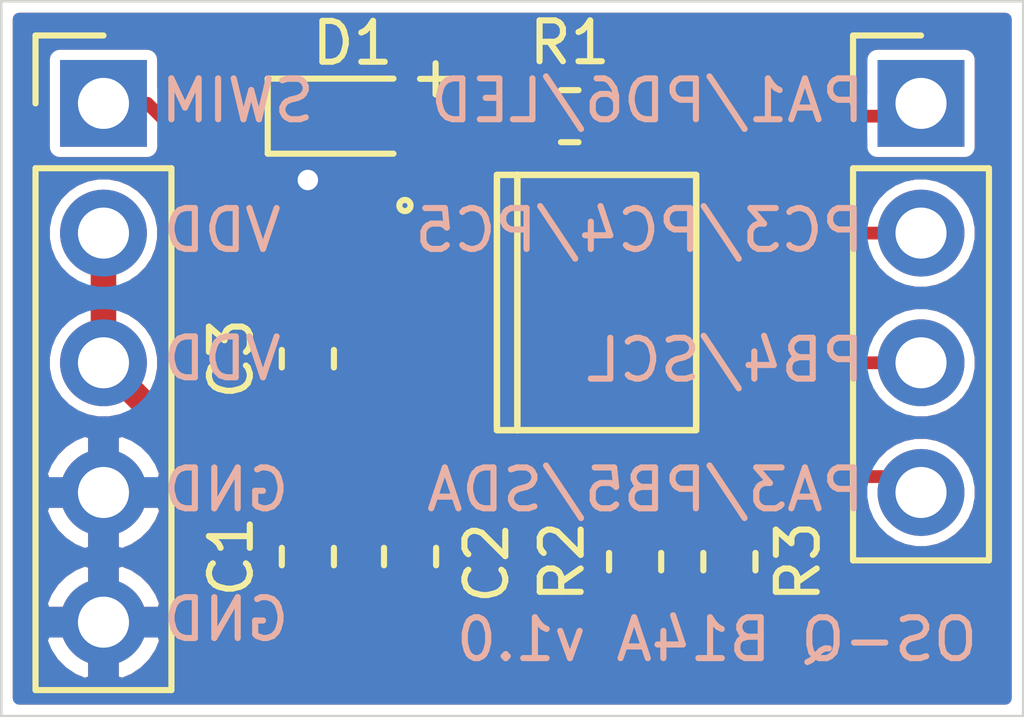
<source format=kicad_pcb>
(kicad_pcb (version 20171130) (host pcbnew "(5.1.5)-3")

  (general
    (thickness 1)
    (drawings 16)
    (tracks 47)
    (zones 0)
    (modules 10)
    (nets 10)
  )

  (page A4)
  (layers
    (0 F.Cu signal)
    (31 B.Cu signal)
    (32 B.Adhes user)
    (33 F.Adhes user)
    (34 B.Paste user)
    (35 F.Paste user)
    (36 B.SilkS user)
    (37 F.SilkS user)
    (38 B.Mask user)
    (39 F.Mask user)
    (40 Dwgs.User user)
    (41 Cmts.User user)
    (42 Eco1.User user)
    (43 Eco2.User user)
    (44 Edge.Cuts user)
    (45 Margin user)
    (46 B.CrtYd user)
    (47 F.CrtYd user)
    (48 B.Fab user hide)
    (49 F.Fab user hide)
  )

  (setup
    (last_trace_width 0.25)
    (user_trace_width 0.5)
    (trace_clearance 0.2)
    (zone_clearance 0.2)
    (zone_45_only no)
    (trace_min 0.2)
    (via_size 0.8)
    (via_drill 0.4)
    (via_min_size 0.4)
    (via_min_drill 0.3)
    (uvia_size 0.3)
    (uvia_drill 0.1)
    (uvias_allowed no)
    (uvia_min_size 0.2)
    (uvia_min_drill 0.1)
    (edge_width 0.05)
    (segment_width 0.2)
    (pcb_text_width 0.3)
    (pcb_text_size 1.5 1.5)
    (mod_edge_width 0.12)
    (mod_text_size 1 1)
    (mod_text_width 0.15)
    (pad_size 1.524 1.524)
    (pad_drill 0.762)
    (pad_to_mask_clearance 0.051)
    (solder_mask_min_width 0.25)
    (aux_axis_origin 0 0)
    (visible_elements 7FFFFFFF)
    (pcbplotparams
      (layerselection 0x010fc_ffffffff)
      (usegerberextensions false)
      (usegerberattributes false)
      (usegerberadvancedattributes false)
      (creategerberjobfile false)
      (excludeedgelayer true)
      (linewidth 0.100000)
      (plotframeref false)
      (viasonmask false)
      (mode 1)
      (useauxorigin false)
      (hpglpennumber 1)
      (hpglpenspeed 20)
      (hpglpendiameter 15.000000)
      (psnegative false)
      (psa4output false)
      (plotreference true)
      (plotvalue false)
      (plotinvisibletext false)
      (padsonsilk false)
      (subtractmaskfromsilk false)
      (outputformat 1)
      (mirror false)
      (drillshape 0)
      (scaleselection 1)
      (outputdirectory "Gerbers/"))
  )

  (net 0 "")
  (net 1 GND)
  (net 2 "Net-(J2-Pad4)")
  (net 3 "Net-(J2-Pad3)")
  (net 4 "Net-(J2-Pad2)")
  (net 5 "Net-(J2-Pad1)")
  (net 6 /SWIM)
  (net 7 /VDD)
  (net 8 /VCAP)
  (net 9 "Net-(D1-Pad2)")

  (net_class Default "This is the default net class."
    (clearance 0.2)
    (trace_width 0.25)
    (via_dia 0.8)
    (via_drill 0.4)
    (uvia_dia 0.3)
    (uvia_drill 0.1)
    (add_net /SWIM)
    (add_net /VCAP)
    (add_net /VDD)
    (add_net GND)
    (add_net "Net-(D1-Pad2)")
    (add_net "Net-(J2-Pad1)")
    (add_net "Net-(J2-Pad2)")
    (add_net "Net-(J2-Pad3)")
    (add_net "Net-(J2-Pad4)")
  )

  (module LocalFooprints:SO8N (layer F.Cu) (tedit 5F3EE4E8) (tstamp 5EC7471F)
    (at 80 45 270)
    (path /5EB818CE)
    (fp_text reference U1 (at 0 0 270) (layer F.SilkS) hide
      (effects (font (size 1.27 1.27) (thickness 0.15)) (justify right top))
    )
    (fp_text value STM8S001J3M (at 8.34 -7.63) (layer F.SilkS) hide
      (effects (font (size 1.27 1.27) (thickness 0.15)) (justify right top))
    )
    (fp_line (start -0.6 -4.6) (end -0.6 -1.1) (layer F.SilkS) (width 0.127))
    (fp_line (start -0.6 -1.1) (end -0.6 -0.7) (layer F.SilkS) (width 0.127))
    (fp_line (start -0.55 -4.6) (end 4.35 -4.6) (layer F.SilkS) (width 0.127))
    (fp_line (start 4.4 -4.6) (end 4.4 -1.1) (layer F.SilkS) (width 0.127))
    (fp_line (start 4.4 -1.1) (end 4.4 -0.7) (layer F.SilkS) (width 0.127))
    (fp_line (start -0.55 -0.7) (end 4.35 -0.7) (layer F.SilkS) (width 0.127))
    (fp_line (start -0.6 -1.1) (end 4.4 -1.1) (layer F.SilkS) (width 0.127))
    (pad 1 smd rect (at 0 0) (size 1.4 0.6) (layers F.Cu F.Paste F.Mask)
      (net 5 "Net-(J2-Pad1)") (solder_mask_margin 0.1016))
    (pad 2 smd rect (at 1.27 0) (size 1.4 0.6) (layers F.Cu F.Paste F.Mask)
      (net 1 GND) (solder_mask_margin 0.1016))
    (pad 3 smd rect (at 2.54 0) (size 1.4 0.6) (layers F.Cu F.Paste F.Mask)
      (net 8 /VCAP) (solder_mask_margin 0.1016))
    (pad 4 smd rect (at 3.81 0) (size 1.4 0.6) (layers F.Cu F.Paste F.Mask)
      (net 7 /VDD) (solder_mask_margin 0.1016))
    (pad 8 smd rect (at 0 -5.3) (size 1.4 0.6) (layers F.Cu F.Paste F.Mask)
      (net 6 /SWIM) (solder_mask_margin 0.1016))
    (pad 7 smd rect (at 1.27 -5.3) (size 1.4 0.6) (layers F.Cu F.Paste F.Mask)
      (net 4 "Net-(J2-Pad2)") (solder_mask_margin 0.1016))
    (pad 6 smd rect (at 2.54 -5.3) (size 1.4 0.6) (layers F.Cu F.Paste F.Mask)
      (net 3 "Net-(J2-Pad3)") (solder_mask_margin 0.1016))
    (pad 5 smd rect (at 3.81 -5.3) (size 1.4 0.6) (layers F.Cu F.Paste F.Mask)
      (net 2 "Net-(J2-Pad4)") (solder_mask_margin 0.1016))
    (model ${KISYS3DMOD}/Package_SO.3dshapes/SOIC-8_3.9x4.9mm_P1.27mm.wrl
      (offset (xyz 1.9 2.5 0))
      (scale (xyz 1 1 1))
      (rotate (xyz 0 0 -90))
    )
  )

  (module Resistor_SMD:R_0603_1608Metric_Pad1.05x0.95mm_HandSolder (layer F.Cu) (tedit 5B301BBD) (tstamp 5F404CE3)
    (at 82.125 43.25 180)
    (descr "Resistor SMD 0603 (1608 Metric), square (rectangular) end terminal, IPC_7351 nominal with elongated pad for handsoldering. (Body size source: http://www.tortai-tech.com/upload/download/2011102023233369053.pdf), generated with kicad-footprint-generator")
    (tags "resistor handsolder")
    (path /5F3EFFFE)
    (attr smd)
    (fp_text reference R1 (at 0 1.44 180) (layer F.SilkS)
      (effects (font (size 0.8 0.8) (thickness 0.12)))
    )
    (fp_text value 2K (at 0 1.43) (layer F.Fab)
      (effects (font (size 1 1) (thickness 0.15)))
    )
    (fp_line (start 1.65 0.73) (end -1.65 0.73) (layer F.CrtYd) (width 0.05))
    (fp_line (start 1.65 -0.73) (end 1.65 0.73) (layer F.CrtYd) (width 0.05))
    (fp_line (start -1.65 -0.73) (end 1.65 -0.73) (layer F.CrtYd) (width 0.05))
    (fp_line (start -1.65 0.73) (end -1.65 -0.73) (layer F.CrtYd) (width 0.05))
    (fp_line (start -0.171267 0.51) (end 0.171267 0.51) (layer F.SilkS) (width 0.12))
    (fp_line (start -0.171267 -0.51) (end 0.171267 -0.51) (layer F.SilkS) (width 0.12))
    (fp_line (start 0.8 0.4) (end -0.8 0.4) (layer F.Fab) (width 0.1))
    (fp_line (start 0.8 -0.4) (end 0.8 0.4) (layer F.Fab) (width 0.1))
    (fp_line (start -0.8 -0.4) (end 0.8 -0.4) (layer F.Fab) (width 0.1))
    (fp_line (start -0.8 0.4) (end -0.8 -0.4) (layer F.Fab) (width 0.1))
    (fp_text user %R (at 0 0) (layer F.Fab)
      (effects (font (size 0.4 0.4) (thickness 0.06)))
    )
    (pad 1 smd roundrect (at -0.875 0 180) (size 1.05 0.95) (layers F.Cu F.Paste F.Mask) (roundrect_rratio 0.25)
      (net 5 "Net-(J2-Pad1)"))
    (pad 2 smd roundrect (at 0.875 0 180) (size 1.05 0.95) (layers F.Cu F.Paste F.Mask) (roundrect_rratio 0.25)
      (net 9 "Net-(D1-Pad2)"))
    (model ${KISYS3DMOD}/Resistor_SMD.3dshapes/R_0603_1608Metric.wrl
      (at (xyz 0 0 0))
      (scale (xyz 1 1 1))
      (rotate (xyz 0 0 0))
    )
  )

  (module LED_SMD:LED_0603_1608Metric_Pad1.05x0.95mm_HandSolder (layer F.Cu) (tedit 5B4B45C9) (tstamp 5F404C74)
    (at 77.875 43.25)
    (descr "LED SMD 0603 (1608 Metric), square (rectangular) end terminal, IPC_7351 nominal, (Body size source: http://www.tortai-tech.com/upload/download/2011102023233369053.pdf), generated with kicad-footprint-generator")
    (tags "LED handsolder")
    (path /5F3EE353)
    (attr smd)
    (fp_text reference D1 (at 0 -1.43) (layer F.SilkS)
      (effects (font (size 0.8 0.8) (thickness 0.12)))
    )
    (fp_text value LED (at 0 1.43) (layer F.Fab)
      (effects (font (size 1 1) (thickness 0.15)))
    )
    (fp_line (start 1.65 0.73) (end -1.65 0.73) (layer F.CrtYd) (width 0.05))
    (fp_line (start 1.65 -0.73) (end 1.65 0.73) (layer F.CrtYd) (width 0.05))
    (fp_line (start -1.65 -0.73) (end 1.65 -0.73) (layer F.CrtYd) (width 0.05))
    (fp_line (start -1.65 0.73) (end -1.65 -0.73) (layer F.CrtYd) (width 0.05))
    (fp_line (start -1.66 0.735) (end 0.8 0.735) (layer F.SilkS) (width 0.12))
    (fp_line (start -1.66 -0.735) (end -1.66 0.735) (layer F.SilkS) (width 0.12))
    (fp_line (start 0.8 -0.735) (end -1.66 -0.735) (layer F.SilkS) (width 0.12))
    (fp_line (start 0.8 0.4) (end 0.8 -0.4) (layer F.Fab) (width 0.1))
    (fp_line (start -0.8 0.4) (end 0.8 0.4) (layer F.Fab) (width 0.1))
    (fp_line (start -0.8 -0.1) (end -0.8 0.4) (layer F.Fab) (width 0.1))
    (fp_line (start -0.5 -0.4) (end -0.8 -0.1) (layer F.Fab) (width 0.1))
    (fp_line (start 0.8 -0.4) (end -0.5 -0.4) (layer F.Fab) (width 0.1))
    (fp_text user %R (at 0 0) (layer F.Fab)
      (effects (font (size 0.4 0.4) (thickness 0.06)))
    )
    (pad 1 smd roundrect (at -0.875 0) (size 1.05 0.95) (layers F.Cu F.Paste F.Mask) (roundrect_rratio 0.25)
      (net 1 GND))
    (pad 2 smd roundrect (at 0.875 0) (size 1.05 0.95) (layers F.Cu F.Paste F.Mask) (roundrect_rratio 0.25)
      (net 9 "Net-(D1-Pad2)"))
    (model ${KISYS3DMOD}/LED_SMD.3dshapes/LED_0603_1608Metric.wrl
      (at (xyz 0 0 0))
      (scale (xyz 1 1 1))
      (rotate (xyz 0 0 0))
    )
  )

  (module Connector_PinHeader_2.54mm:PinHeader_1x04_P2.54mm_Vertical (layer F.Cu) (tedit 59FED5CC) (tstamp 5EC7470C)
    (at 89 43)
    (descr "Through hole straight pin header, 1x04, 2.54mm pitch, single row")
    (tags "Through hole pin header THT 1x04 2.54mm single row")
    (path /5EB85004)
    (fp_text reference J2 (at 0 -2.33) (layer F.SilkS) hide
      (effects (font (size 1 1) (thickness 0.15)))
    )
    (fp_text value Conn_01x04_Male (at 0 9.95) (layer F.Fab)
      (effects (font (size 1 1) (thickness 0.15)))
    )
    (fp_line (start 1.8 -1.8) (end -1.8 -1.8) (layer F.CrtYd) (width 0.05))
    (fp_line (start 1.8 9.4) (end 1.8 -1.8) (layer F.CrtYd) (width 0.05))
    (fp_line (start -1.8 9.4) (end 1.8 9.4) (layer F.CrtYd) (width 0.05))
    (fp_line (start -1.8 -1.8) (end -1.8 9.4) (layer F.CrtYd) (width 0.05))
    (fp_line (start -1.33 -1.33) (end 0 -1.33) (layer F.SilkS) (width 0.12))
    (fp_line (start -1.33 0) (end -1.33 -1.33) (layer F.SilkS) (width 0.12))
    (fp_line (start -1.33 1.27) (end 1.33 1.27) (layer F.SilkS) (width 0.12))
    (fp_line (start 1.33 1.27) (end 1.33 8.95) (layer F.SilkS) (width 0.12))
    (fp_line (start -1.33 1.27) (end -1.33 8.95) (layer F.SilkS) (width 0.12))
    (fp_line (start -1.33 8.95) (end 1.33 8.95) (layer F.SilkS) (width 0.12))
    (fp_line (start -1.27 -0.635) (end -0.635 -1.27) (layer F.Fab) (width 0.1))
    (fp_line (start -1.27 8.89) (end -1.27 -0.635) (layer F.Fab) (width 0.1))
    (fp_line (start 1.27 8.89) (end -1.27 8.89) (layer F.Fab) (width 0.1))
    (fp_line (start 1.27 -1.27) (end 1.27 8.89) (layer F.Fab) (width 0.1))
    (fp_line (start -0.635 -1.27) (end 1.27 -1.27) (layer F.Fab) (width 0.1))
    (fp_text user %R (at 0 3.81 90) (layer F.Fab)
      (effects (font (size 1 1) (thickness 0.15)))
    )
    (pad 4 thru_hole oval (at 0 7.62) (size 1.7 1.7) (drill 1) (layers *.Cu *.Mask)
      (net 2 "Net-(J2-Pad4)"))
    (pad 3 thru_hole oval (at 0 5.08) (size 1.7 1.7) (drill 1) (layers *.Cu *.Mask)
      (net 3 "Net-(J2-Pad3)"))
    (pad 2 thru_hole oval (at 0 2.54) (size 1.7 1.7) (drill 1) (layers *.Cu *.Mask)
      (net 4 "Net-(J2-Pad2)"))
    (pad 1 thru_hole rect (at 0 0) (size 1.7 1.7) (drill 1) (layers *.Cu *.Mask)
      (net 5 "Net-(J2-Pad1)"))
    (model ${KISYS3DMOD}/Connector_PinHeader_2.54mm.3dshapes/PinHeader_1x04_P2.54mm_Vertical.wrl
      (at (xyz 0 0 0))
      (scale (xyz 1 1 1))
      (rotate (xyz 0 0 0))
    )
  )

  (module Connector_PinHeader_2.54mm:PinHeader_1x05_P2.54mm_Vertical (layer F.Cu) (tedit 59FED5CC) (tstamp 5EC746F4)
    (at 73 43)
    (descr "Through hole straight pin header, 1x05, 2.54mm pitch, single row")
    (tags "Through hole pin header THT 1x05 2.54mm single row")
    (path /5EB878A4)
    (fp_text reference J1 (at 0 -2.33) (layer F.SilkS) hide
      (effects (font (size 1 1) (thickness 0.15)))
    )
    (fp_text value Conn_01x05_Male (at 0 12.49) (layer F.Fab)
      (effects (font (size 1 1) (thickness 0.15)))
    )
    (fp_line (start 1.8 -1.8) (end -1.8 -1.8) (layer F.CrtYd) (width 0.05))
    (fp_line (start 1.8 11.95) (end 1.8 -1.8) (layer F.CrtYd) (width 0.05))
    (fp_line (start -1.8 11.95) (end 1.8 11.95) (layer F.CrtYd) (width 0.05))
    (fp_line (start -1.8 -1.8) (end -1.8 11.95) (layer F.CrtYd) (width 0.05))
    (fp_line (start -1.33 -1.33) (end 0 -1.33) (layer F.SilkS) (width 0.12))
    (fp_line (start -1.33 0) (end -1.33 -1.33) (layer F.SilkS) (width 0.12))
    (fp_line (start -1.33 1.27) (end 1.33 1.27) (layer F.SilkS) (width 0.12))
    (fp_line (start 1.33 1.27) (end 1.33 11.49) (layer F.SilkS) (width 0.12))
    (fp_line (start -1.33 1.27) (end -1.33 11.49) (layer F.SilkS) (width 0.12))
    (fp_line (start -1.33 11.49) (end 1.33 11.49) (layer F.SilkS) (width 0.12))
    (fp_line (start -1.27 -0.635) (end -0.635 -1.27) (layer F.Fab) (width 0.1))
    (fp_line (start -1.27 11.43) (end -1.27 -0.635) (layer F.Fab) (width 0.1))
    (fp_line (start 1.27 11.43) (end -1.27 11.43) (layer F.Fab) (width 0.1))
    (fp_line (start 1.27 -1.27) (end 1.27 11.43) (layer F.Fab) (width 0.1))
    (fp_line (start -0.635 -1.27) (end 1.27 -1.27) (layer F.Fab) (width 0.1))
    (fp_text user %R (at 0 5.08 90) (layer F.Fab)
      (effects (font (size 1 1) (thickness 0.15)))
    )
    (pad 5 thru_hole oval (at 0 10.16) (size 1.7 1.7) (drill 1) (layers *.Cu *.Mask)
      (net 1 GND))
    (pad 4 thru_hole oval (at 0 7.62) (size 1.7 1.7) (drill 1) (layers *.Cu *.Mask)
      (net 1 GND))
    (pad 3 thru_hole oval (at 0 5.08) (size 1.7 1.7) (drill 1) (layers *.Cu *.Mask)
      (net 7 /VDD))
    (pad 2 thru_hole oval (at 0 2.54) (size 1.7 1.7) (drill 1) (layers *.Cu *.Mask)
      (net 7 /VDD))
    (pad 1 thru_hole rect (at 0 0) (size 1.7 1.7) (drill 1) (layers *.Cu *.Mask)
      (net 6 /SWIM))
    (model ${KISYS3DMOD}/Connector_PinHeader_2.54mm.3dshapes/PinHeader_1x05_P2.54mm_Vertical.wrl
      (at (xyz 0 0 0))
      (scale (xyz 1 1 1))
      (rotate (xyz 0 0 0))
    )
  )

  (module Capacitor_SMD:C_0603_1608Metric_Pad1.05x0.95mm_HandSolder (layer F.Cu) (tedit 5B301BBE) (tstamp 5EC746DB)
    (at 77 48 90)
    (descr "Capacitor SMD 0603 (1608 Metric), square (rectangular) end terminal, IPC_7351 nominal with elongated pad for handsoldering. (Body size source: http://www.tortai-tech.com/upload/download/2011102023233369053.pdf), generated with kicad-footprint-generator")
    (tags "capacitor handsolder")
    (path /5EB82DFF)
    (attr smd)
    (fp_text reference C3 (at 0 -1.5 90) (layer F.SilkS)
      (effects (font (size 0.8 0.8) (thickness 0.12)))
    )
    (fp_text value 1uF (at 0 1.43 90) (layer F.Fab)
      (effects (font (size 1 1) (thickness 0.15)))
    )
    (fp_line (start 1.65 0.73) (end -1.65 0.73) (layer F.CrtYd) (width 0.05))
    (fp_line (start 1.65 -0.73) (end 1.65 0.73) (layer F.CrtYd) (width 0.05))
    (fp_line (start -1.65 -0.73) (end 1.65 -0.73) (layer F.CrtYd) (width 0.05))
    (fp_line (start -1.65 0.73) (end -1.65 -0.73) (layer F.CrtYd) (width 0.05))
    (fp_line (start -0.171267 0.51) (end 0.171267 0.51) (layer F.SilkS) (width 0.12))
    (fp_line (start -0.171267 -0.51) (end 0.171267 -0.51) (layer F.SilkS) (width 0.12))
    (fp_line (start 0.8 0.4) (end -0.8 0.4) (layer F.Fab) (width 0.1))
    (fp_line (start 0.8 -0.4) (end 0.8 0.4) (layer F.Fab) (width 0.1))
    (fp_line (start -0.8 -0.4) (end 0.8 -0.4) (layer F.Fab) (width 0.1))
    (fp_line (start -0.8 0.4) (end -0.8 -0.4) (layer F.Fab) (width 0.1))
    (fp_text user %R (at 0 0 90) (layer F.Fab)
      (effects (font (size 0.4 0.4) (thickness 0.06)))
    )
    (pad 2 smd roundrect (at 0.875 0 90) (size 1.05 0.95) (layers F.Cu F.Paste F.Mask) (roundrect_rratio 0.25)
      (net 1 GND))
    (pad 1 smd roundrect (at -0.875 0 90) (size 1.05 0.95) (layers F.Cu F.Paste F.Mask) (roundrect_rratio 0.25)
      (net 8 /VCAP))
    (model ${KISYS3DMOD}/Capacitor_SMD.3dshapes/C_0603_1608Metric.wrl
      (at (xyz 0 0 0))
      (scale (xyz 1 1 1))
      (rotate (xyz 0 0 0))
    )
  )

  (module Capacitor_SMD:C_0603_1608Metric_Pad1.05x0.95mm_HandSolder (layer F.Cu) (tedit 5B301BBE) (tstamp 5EC746CA)
    (at 79 51.875 270)
    (descr "Capacitor SMD 0603 (1608 Metric), square (rectangular) end terminal, IPC_7351 nominal with elongated pad for handsoldering. (Body size source: http://www.tortai-tech.com/upload/download/2011102023233369053.pdf), generated with kicad-footprint-generator")
    (tags "capacitor handsolder")
    (path /5EB9E9BD)
    (attr smd)
    (fp_text reference C2 (at 0.125 -1.5 90) (layer F.SilkS)
      (effects (font (size 0.8 0.8) (thickness 0.12)))
    )
    (fp_text value 100nF (at 0 1.43 90) (layer F.Fab)
      (effects (font (size 1 1) (thickness 0.15)))
    )
    (fp_line (start 1.65 0.73) (end -1.65 0.73) (layer F.CrtYd) (width 0.05))
    (fp_line (start 1.65 -0.73) (end 1.65 0.73) (layer F.CrtYd) (width 0.05))
    (fp_line (start -1.65 -0.73) (end 1.65 -0.73) (layer F.CrtYd) (width 0.05))
    (fp_line (start -1.65 0.73) (end -1.65 -0.73) (layer F.CrtYd) (width 0.05))
    (fp_line (start -0.171267 0.51) (end 0.171267 0.51) (layer F.SilkS) (width 0.12))
    (fp_line (start -0.171267 -0.51) (end 0.171267 -0.51) (layer F.SilkS) (width 0.12))
    (fp_line (start 0.8 0.4) (end -0.8 0.4) (layer F.Fab) (width 0.1))
    (fp_line (start 0.8 -0.4) (end 0.8 0.4) (layer F.Fab) (width 0.1))
    (fp_line (start -0.8 -0.4) (end 0.8 -0.4) (layer F.Fab) (width 0.1))
    (fp_line (start -0.8 0.4) (end -0.8 -0.4) (layer F.Fab) (width 0.1))
    (fp_text user %R (at 0 0 90) (layer F.Fab)
      (effects (font (size 0.4 0.4) (thickness 0.06)))
    )
    (pad 2 smd roundrect (at 0.875 0 270) (size 1.05 0.95) (layers F.Cu F.Paste F.Mask) (roundrect_rratio 0.25)
      (net 1 GND))
    (pad 1 smd roundrect (at -0.875 0 270) (size 1.05 0.95) (layers F.Cu F.Paste F.Mask) (roundrect_rratio 0.25)
      (net 7 /VDD))
    (model ${KISYS3DMOD}/Capacitor_SMD.3dshapes/C_0603_1608Metric.wrl
      (at (xyz 0 0 0))
      (scale (xyz 1 1 1))
      (rotate (xyz 0 0 0))
    )
  )

  (module Capacitor_SMD:C_0603_1608Metric_Pad1.05x0.95mm_HandSolder (layer F.Cu) (tedit 5B301BBE) (tstamp 5EC746B9)
    (at 77 51.875 270)
    (descr "Capacitor SMD 0603 (1608 Metric), square (rectangular) end terminal, IPC_7351 nominal with elongated pad for handsoldering. (Body size source: http://www.tortai-tech.com/upload/download/2011102023233369053.pdf), generated with kicad-footprint-generator")
    (tags "capacitor handsolder")
    (path /5EB8BBD2)
    (attr smd)
    (fp_text reference C1 (at 0 1.5 90) (layer F.SilkS)
      (effects (font (size 0.8 0.8) (thickness 0.12)))
    )
    (fp_text value 1uF (at 0 1.43 90) (layer F.Fab)
      (effects (font (size 1 1) (thickness 0.15)))
    )
    (fp_line (start 1.65 0.73) (end -1.65 0.73) (layer F.CrtYd) (width 0.05))
    (fp_line (start 1.65 -0.73) (end 1.65 0.73) (layer F.CrtYd) (width 0.05))
    (fp_line (start -1.65 -0.73) (end 1.65 -0.73) (layer F.CrtYd) (width 0.05))
    (fp_line (start -1.65 0.73) (end -1.65 -0.73) (layer F.CrtYd) (width 0.05))
    (fp_line (start -0.171267 0.51) (end 0.171267 0.51) (layer F.SilkS) (width 0.12))
    (fp_line (start -0.171267 -0.51) (end 0.171267 -0.51) (layer F.SilkS) (width 0.12))
    (fp_line (start 0.8 0.4) (end -0.8 0.4) (layer F.Fab) (width 0.1))
    (fp_line (start 0.8 -0.4) (end 0.8 0.4) (layer F.Fab) (width 0.1))
    (fp_line (start -0.8 -0.4) (end 0.8 -0.4) (layer F.Fab) (width 0.1))
    (fp_line (start -0.8 0.4) (end -0.8 -0.4) (layer F.Fab) (width 0.1))
    (fp_text user %R (at 0 0 90) (layer F.Fab)
      (effects (font (size 0.4 0.4) (thickness 0.06)))
    )
    (pad 2 smd roundrect (at 0.875 0 270) (size 1.05 0.95) (layers F.Cu F.Paste F.Mask) (roundrect_rratio 0.25)
      (net 1 GND))
    (pad 1 smd roundrect (at -0.875 0 270) (size 1.05 0.95) (layers F.Cu F.Paste F.Mask) (roundrect_rratio 0.25)
      (net 7 /VDD))
    (model ${KISYS3DMOD}/Capacitor_SMD.3dshapes/C_0603_1608Metric.wrl
      (at (xyz 0 0 0))
      (scale (xyz 1 1 1))
      (rotate (xyz 0 0 0))
    )
  )

  (module Resistor_SMD:R_0603_1608Metric_Pad1.05x0.95mm_HandSolder (layer F.Cu) (tedit 5B301BBD) (tstamp 5F3FA51B)
    (at 83.405001 51.974999 90)
    (descr "Resistor SMD 0603 (1608 Metric), square (rectangular) end terminal, IPC_7351 nominal with elongated pad for handsoldering. (Body size source: http://www.tortai-tech.com/upload/download/2011102023233369053.pdf), generated with kicad-footprint-generator")
    (tags "resistor handsolder")
    (path /5F3FA7C9)
    (attr smd)
    (fp_text reference R2 (at 0 -1.43 90) (layer F.SilkS)
      (effects (font (size 0.8 0.8) (thickness 0.12)))
    )
    (fp_text value 4.7K (at 0 1.43 90) (layer F.Fab)
      (effects (font (size 1 1) (thickness 0.15)))
    )
    (fp_line (start 1.65 0.73) (end -1.65 0.73) (layer F.CrtYd) (width 0.05))
    (fp_line (start 1.65 -0.73) (end 1.65 0.73) (layer F.CrtYd) (width 0.05))
    (fp_line (start -1.65 -0.73) (end 1.65 -0.73) (layer F.CrtYd) (width 0.05))
    (fp_line (start -1.65 0.73) (end -1.65 -0.73) (layer F.CrtYd) (width 0.05))
    (fp_line (start -0.171267 0.51) (end 0.171267 0.51) (layer F.SilkS) (width 0.12))
    (fp_line (start -0.171267 -0.51) (end 0.171267 -0.51) (layer F.SilkS) (width 0.12))
    (fp_line (start 0.8 0.4) (end -0.8 0.4) (layer F.Fab) (width 0.1))
    (fp_line (start 0.8 -0.4) (end 0.8 0.4) (layer F.Fab) (width 0.1))
    (fp_line (start -0.8 -0.4) (end 0.8 -0.4) (layer F.Fab) (width 0.1))
    (fp_line (start -0.8 0.4) (end -0.8 -0.4) (layer F.Fab) (width 0.1))
    (fp_text user %R (at 0 0 90) (layer F.Fab)
      (effects (font (size 0.4 0.4) (thickness 0.06)))
    )
    (pad 2 smd roundrect (at 0.875 0 90) (size 1.05 0.95) (layers F.Cu F.Paste F.Mask) (roundrect_rratio 0.25)
      (net 3 "Net-(J2-Pad3)"))
    (pad 1 smd roundrect (at -0.875 0 90) (size 1.05 0.95) (layers F.Cu F.Paste F.Mask) (roundrect_rratio 0.25)
      (net 7 /VDD))
    (model ${KISYS3DMOD}/Resistor_SMD.3dshapes/R_0603_1608Metric.wrl
      (at (xyz 0 0 0))
      (scale (xyz 1 1 1))
      (rotate (xyz 0 0 0))
    )
  )

  (module Resistor_SMD:R_0603_1608Metric_Pad1.05x0.95mm_HandSolder (layer F.Cu) (tedit 5B301BBD) (tstamp 5F3FA52C)
    (at 85.25 51.974999 270)
    (descr "Resistor SMD 0603 (1608 Metric), square (rectangular) end terminal, IPC_7351 nominal with elongated pad for handsoldering. (Body size source: http://www.tortai-tech.com/upload/download/2011102023233369053.pdf), generated with kicad-footprint-generator")
    (tags "resistor handsolder")
    (path /5F3FB9D5)
    (attr smd)
    (fp_text reference R3 (at 0.000001 -1.344999 90) (layer F.SilkS)
      (effects (font (size 0.8 0.8) (thickness 0.12)))
    )
    (fp_text value 4.7K (at 0 1.43 90) (layer F.Fab)
      (effects (font (size 1 1) (thickness 0.15)))
    )
    (fp_line (start 1.65 0.73) (end -1.65 0.73) (layer F.CrtYd) (width 0.05))
    (fp_line (start 1.65 -0.73) (end 1.65 0.73) (layer F.CrtYd) (width 0.05))
    (fp_line (start -1.65 -0.73) (end 1.65 -0.73) (layer F.CrtYd) (width 0.05))
    (fp_line (start -1.65 0.73) (end -1.65 -0.73) (layer F.CrtYd) (width 0.05))
    (fp_line (start -0.171267 0.51) (end 0.171267 0.51) (layer F.SilkS) (width 0.12))
    (fp_line (start -0.171267 -0.51) (end 0.171267 -0.51) (layer F.SilkS) (width 0.12))
    (fp_line (start 0.8 0.4) (end -0.8 0.4) (layer F.Fab) (width 0.1))
    (fp_line (start 0.8 -0.4) (end 0.8 0.4) (layer F.Fab) (width 0.1))
    (fp_line (start -0.8 -0.4) (end 0.8 -0.4) (layer F.Fab) (width 0.1))
    (fp_line (start -0.8 0.4) (end -0.8 -0.4) (layer F.Fab) (width 0.1))
    (fp_text user %R (at 0 0 90) (layer F.Fab)
      (effects (font (size 0.4 0.4) (thickness 0.06)))
    )
    (pad 2 smd roundrect (at 0.875 0 270) (size 1.05 0.95) (layers F.Cu F.Paste F.Mask) (roundrect_rratio 0.25)
      (net 7 /VDD))
    (pad 1 smd roundrect (at -0.875 0 270) (size 1.05 0.95) (layers F.Cu F.Paste F.Mask) (roundrect_rratio 0.25)
      (net 2 "Net-(J2-Pad4)"))
    (model ${KISYS3DMOD}/Resistor_SMD.3dshapes/R_0603_1608Metric.wrl
      (at (xyz 0 0 0))
      (scale (xyz 1 1 1))
      (rotate (xyz 0 0 0))
    )
  )

  (gr_text + (at 79.5 42.46) (layer F.SilkS)
    (effects (font (size 0.8 0.8) (thickness 0.12)))
  )
  (gr_circle (center 78.9 45) (end 78.95 45) (layer F.SilkS) (width 0.12))
  (gr_text "OS-Q B14A v1.0" (at 90.17 53.5) (layer B.SilkS)
    (effects (font (size 0.8 0.8) (thickness 0.12)) (justify left mirror))
  )
  (gr_text PA3/PB5/SDA (at 87.95 50.566) (layer B.SilkS) (tstamp 5EC76F9B)
    (effects (font (size 0.8 0.8) (thickness 0.12)) (justify left mirror))
  )
  (gr_text PB4/SCL (at 87.95 48.026) (layer B.SilkS) (tstamp 5EC76F98)
    (effects (font (size 0.8 0.8) (thickness 0.12)) (justify left mirror))
  )
  (gr_text PC3/PC4/PC5 (at 87.95 45.486) (layer B.SilkS) (tstamp 5EC76F95)
    (effects (font (size 0.8 0.8) (thickness 0.12)) (justify left mirror))
  )
  (gr_text PA1/PD6/LED (at 87.95 42.946) (layer B.SilkS) (tstamp 5EC76F91)
    (effects (font (size 0.8 0.8) (thickness 0.12)) (justify left mirror))
  )
  (gr_text GND (at 74.1 53.106) (layer B.SilkS) (tstamp 5EC76F5B)
    (effects (font (size 0.8 0.8) (thickness 0.12)) (justify right mirror))
  )
  (gr_text GND (at 74.1 50.566) (layer B.SilkS) (tstamp 5EC76F55)
    (effects (font (size 0.8 0.8) (thickness 0.12)) (justify right mirror))
  )
  (gr_text VDD (at 74.1 48) (layer B.SilkS) (tstamp 5EC76F47)
    (effects (font (size 0.8 0.8) (thickness 0.12)) (justify right mirror))
  )
  (gr_text VDD (at 74.1 45.486) (layer B.SilkS) (tstamp 5EC76F45)
    (effects (font (size 0.8 0.8) (thickness 0.12)) (justify right mirror))
  )
  (gr_text SWIM (at 74.06 42.946) (layer B.SilkS)
    (effects (font (size 0.8 0.8) (thickness 0.12)) (justify right mirror))
  )
  (gr_line (start 91 55) (end 71 55) (layer Edge.Cuts) (width 0.05) (tstamp 5EC765FA))
  (gr_line (start 91 41) (end 91 55) (layer Edge.Cuts) (width 0.05))
  (gr_line (start 71 41) (end 91 41) (layer Edge.Cuts) (width 0.05))
  (gr_line (start 71 55) (end 71 41) (layer Edge.Cuts) (width 0.05))

  (segment (start 78.33 46.27) (end 79.05 46.27) (width 0.25) (layer F.Cu) (net 1))
  (via (at 77 44.5) (size 0.8) (drill 0.4) (layers F.Cu B.Cu) (net 1))
  (segment (start 79.05 46.27) (end 80 46.27) (width 0.25) (layer F.Cu) (net 1))
  (segment (start 77.475 47.125) (end 78.33 46.27) (width 0.25) (layer F.Cu) (net 1))
  (segment (start 77 47.125) (end 77.475 47.125) (width 0.25) (layer F.Cu) (net 1))
  (segment (start 77 52.75) (end 77 53.2) (width 0.25) (layer F.Cu) (net 1))
  (segment (start 80 46.27) (end 83.87 46.27) (width 0.25) (layer F.Cu) (net 1))
  (segment (start 86.3253 48.81) (end 85.3 48.81) (width 0.25) (layer F.Cu) (net 2))
  (segment (start 85.3 51.049999) (end 85.25 51.099999) (width 0.25) (layer F.Cu) (net 2))
  (segment (start 88.6894 50.3094) (end 89 50.62) (width 0.25) (layer F.Cu) (net 2))
  (segment (start 88.874999 50.494999) (end 89 50.62) (width 0.25) (layer B.Cu) (net 2))
  (segment (start 87.8247 50.3094) (end 86.3253 48.81) (width 0.25) (layer F.Cu) (net 2))
  (segment (start 87.8247 50.3094) (end 88.6894 50.3094) (width 0.25) (layer F.Cu) (net 2))
  (segment (start 85.3 48.81) (end 85.3 51.049999) (width 0.25) (layer F.Cu) (net 2))
  (segment (start 89 48.08) (end 86.8653 48.08) (width 0.25) (layer F.Cu) (net 3))
  (segment (start 84 47.89) (end 84 50.505) (width 0.25) (layer F.Cu) (net 3))
  (segment (start 85.3 47.54) (end 84.35 47.54) (width 0.25) (layer F.Cu) (net 3))
  (segment (start 86.3253 47.54) (end 85.3 47.54) (width 0.25) (layer F.Cu) (net 3))
  (segment (start 88.904999 47.984999) (end 89 48.08) (width 0.25) (layer B.Cu) (net 3))
  (segment (start 84.35 47.54) (end 84 47.89) (width 0.25) (layer F.Cu) (net 3))
  (segment (start 86.8653 48.08) (end 86.3253 47.54) (width 0.25) (layer F.Cu) (net 3))
  (segment (start 84 50.505) (end 83.405001 51.099999) (width 0.25) (layer F.Cu) (net 3))
  (segment (start 87.0947 46.27) (end 85.3 46.27) (width 0.25) (layer F.Cu) (net 4))
  (segment (start 89 45.54) (end 87.8247 45.54) (width 0.25) (layer F.Cu) (net 4))
  (segment (start 87.8247 45.54) (end 87.0947 46.27) (width 0.25) (layer F.Cu) (net 4))
  (segment (start 81.25 45) (end 83 43.25) (width 0.25) (layer F.Cu) (net 5))
  (segment (start 80 45) (end 81.25 45) (width 0.25) (layer F.Cu) (net 5))
  (segment (start 88.75 43.25) (end 89 43) (width 0.25) (layer F.Cu) (net 5))
  (segment (start 83 43.25) (end 88.75 43.25) (width 0.25) (layer F.Cu) (net 5))
  (segment (start 76.4863 45.6253) (end 83.6494 45.6253) (width 0.25) (layer F.Cu) (net 6))
  (segment (start 73 43) (end 73.861 43) (width 0.25) (layer F.Cu) (net 6))
  (segment (start 73.861 43) (end 76.4863 45.6253) (width 0.25) (layer F.Cu) (net 6))
  (segment (start 83.6494 45.6253) (end 84.2747 45) (width 0.25) (layer F.Cu) (net 6))
  (segment (start 84.2747 45) (end 85.3 45) (width 0.25) (layer F.Cu) (net 6))
  (segment (start 79 49.81) (end 80 48.81) (width 0.5) (layer F.Cu) (net 7))
  (segment (start 77 51) (end 79 51) (width 0.5) (layer F.Cu) (net 7))
  (segment (start 83.405001 52.849999) (end 85.25 52.849999) (width 0.5) (layer F.Cu) (net 7))
  (segment (start 83.405001 52.849999) (end 82.821999 52.849999) (width 0.5) (layer F.Cu) (net 7))
  (segment (start 79 51) (end 79 49.81) (width 0.5) (layer F.Cu) (net 7))
  (segment (start 80.972 51) (end 79 51) (width 0.5) (layer F.Cu) (net 7))
  (segment (start 73 48.08) (end 75.92 51) (width 0.5) (layer F.Cu) (net 7))
  (segment (start 73 45.54) (end 73 48.08) (width 0.5) (layer F.Cu) (net 7))
  (segment (start 75.92 51) (end 77 51) (width 0.5) (layer F.Cu) (net 7))
  (segment (start 82.821999 52.849999) (end 80.972 51) (width 0.5) (layer F.Cu) (net 7))
  (segment (start 78.335 47.54) (end 80 47.54) (width 0.25) (layer F.Cu) (net 8))
  (segment (start 77 48.875) (end 78.335 47.54) (width 0.25) (layer F.Cu) (net 8))
  (segment (start 78.75 43.25) (end 81.25 43.25) (width 0.25) (layer F.Cu) (net 9))

  (zone (net 1) (net_name GND) (layer B.Cu) (tstamp 5F416CB6) (hatch edge 0.508)
    (connect_pads (clearance 0.2))
    (min_thickness 0.25)
    (fill yes (arc_segments 32) (thermal_gap 0.3) (thermal_bridge_width 0.6))
    (polygon
      (pts
        (xy 91 55) (xy 71 55) (xy 71 41) (xy 91 41)
      )
    )
    (filled_polygon
      (pts
        (xy 90.650001 54.65) (xy 71.35 54.65) (xy 71.35 53.530412) (xy 71.779992 53.530412) (xy 71.875397 53.76076)
        (xy 72.014208 53.968616) (xy 72.190903 54.145397) (xy 72.398691 54.28431) (xy 72.629587 54.380016) (xy 72.825 54.316691)
        (xy 72.825 53.335) (xy 73.175 53.335) (xy 73.175 54.316691) (xy 73.370413 54.380016) (xy 73.601309 54.28431)
        (xy 73.809097 54.145397) (xy 73.985792 53.968616) (xy 74.124603 53.76076) (xy 74.220008 53.530412) (xy 74.155574 53.335)
        (xy 73.175 53.335) (xy 72.825 53.335) (xy 71.844426 53.335) (xy 71.779992 53.530412) (xy 71.35 53.530412)
        (xy 71.35 52.789588) (xy 71.779992 52.789588) (xy 71.844426 52.985) (xy 72.825 52.985) (xy 72.825 52.003309)
        (xy 73.175 52.003309) (xy 73.175 52.985) (xy 74.155574 52.985) (xy 74.220008 52.789588) (xy 74.124603 52.55924)
        (xy 73.985792 52.351384) (xy 73.809097 52.174603) (xy 73.601309 52.03569) (xy 73.370413 51.939984) (xy 73.175 52.003309)
        (xy 72.825 52.003309) (xy 72.629587 51.939984) (xy 72.398691 52.03569) (xy 72.190903 52.174603) (xy 72.014208 52.351384)
        (xy 71.875397 52.55924) (xy 71.779992 52.789588) (xy 71.35 52.789588) (xy 71.35 50.990412) (xy 71.779992 50.990412)
        (xy 71.875397 51.22076) (xy 72.014208 51.428616) (xy 72.190903 51.605397) (xy 72.398691 51.74431) (xy 72.629587 51.840016)
        (xy 72.825 51.776691) (xy 72.825 50.795) (xy 73.175 50.795) (xy 73.175 51.776691) (xy 73.370413 51.840016)
        (xy 73.601309 51.74431) (xy 73.809097 51.605397) (xy 73.985792 51.428616) (xy 74.124603 51.22076) (xy 74.220008 50.990412)
        (xy 74.155574 50.795) (xy 73.175 50.795) (xy 72.825 50.795) (xy 71.844426 50.795) (xy 71.779992 50.990412)
        (xy 71.35 50.990412) (xy 71.35 50.504273) (xy 87.825 50.504273) (xy 87.825 50.735727) (xy 87.870155 50.962735)
        (xy 87.958729 51.176571) (xy 88.087318 51.369019) (xy 88.250981 51.532682) (xy 88.443429 51.661271) (xy 88.657265 51.749845)
        (xy 88.884273 51.795) (xy 89.115727 51.795) (xy 89.342735 51.749845) (xy 89.556571 51.661271) (xy 89.749019 51.532682)
        (xy 89.912682 51.369019) (xy 90.041271 51.176571) (xy 90.129845 50.962735) (xy 90.175 50.735727) (xy 90.175 50.504273)
        (xy 90.129845 50.277265) (xy 90.041271 50.063429) (xy 89.912682 49.870981) (xy 89.749019 49.707318) (xy 89.556571 49.578729)
        (xy 89.342735 49.490155) (xy 89.115727 49.445) (xy 88.884273 49.445) (xy 88.657265 49.490155) (xy 88.443429 49.578729)
        (xy 88.250981 49.707318) (xy 88.087318 49.870981) (xy 87.958729 50.063429) (xy 87.870155 50.277265) (xy 87.825 50.504273)
        (xy 71.35 50.504273) (xy 71.35 50.249588) (xy 71.779992 50.249588) (xy 71.844426 50.445) (xy 72.825 50.445)
        (xy 72.825 49.463309) (xy 73.175 49.463309) (xy 73.175 50.445) (xy 74.155574 50.445) (xy 74.220008 50.249588)
        (xy 74.124603 50.01924) (xy 73.985792 49.811384) (xy 73.809097 49.634603) (xy 73.601309 49.49569) (xy 73.370413 49.399984)
        (xy 73.175 49.463309) (xy 72.825 49.463309) (xy 72.629587 49.399984) (xy 72.398691 49.49569) (xy 72.190903 49.634603)
        (xy 72.014208 49.811384) (xy 71.875397 50.01924) (xy 71.779992 50.249588) (xy 71.35 50.249588) (xy 71.35 47.964273)
        (xy 71.825 47.964273) (xy 71.825 48.195727) (xy 71.870155 48.422735) (xy 71.958729 48.636571) (xy 72.087318 48.829019)
        (xy 72.250981 48.992682) (xy 72.443429 49.121271) (xy 72.657265 49.209845) (xy 72.884273 49.255) (xy 73.115727 49.255)
        (xy 73.342735 49.209845) (xy 73.556571 49.121271) (xy 73.749019 48.992682) (xy 73.912682 48.829019) (xy 74.041271 48.636571)
        (xy 74.129845 48.422735) (xy 74.175 48.195727) (xy 74.175 47.964273) (xy 87.825 47.964273) (xy 87.825 48.195727)
        (xy 87.870155 48.422735) (xy 87.958729 48.636571) (xy 88.087318 48.829019) (xy 88.250981 48.992682) (xy 88.443429 49.121271)
        (xy 88.657265 49.209845) (xy 88.884273 49.255) (xy 89.115727 49.255) (xy 89.342735 49.209845) (xy 89.556571 49.121271)
        (xy 89.749019 48.992682) (xy 89.912682 48.829019) (xy 90.041271 48.636571) (xy 90.129845 48.422735) (xy 90.175 48.195727)
        (xy 90.175 47.964273) (xy 90.129845 47.737265) (xy 90.041271 47.523429) (xy 89.912682 47.330981) (xy 89.749019 47.167318)
        (xy 89.556571 47.038729) (xy 89.342735 46.950155) (xy 89.115727 46.905) (xy 88.884273 46.905) (xy 88.657265 46.950155)
        (xy 88.443429 47.038729) (xy 88.250981 47.167318) (xy 88.087318 47.330981) (xy 87.958729 47.523429) (xy 87.870155 47.737265)
        (xy 87.825 47.964273) (xy 74.175 47.964273) (xy 74.129845 47.737265) (xy 74.041271 47.523429) (xy 73.912682 47.330981)
        (xy 73.749019 47.167318) (xy 73.556571 47.038729) (xy 73.342735 46.950155) (xy 73.115727 46.905) (xy 72.884273 46.905)
        (xy 72.657265 46.950155) (xy 72.443429 47.038729) (xy 72.250981 47.167318) (xy 72.087318 47.330981) (xy 71.958729 47.523429)
        (xy 71.870155 47.737265) (xy 71.825 47.964273) (xy 71.35 47.964273) (xy 71.35 45.424273) (xy 71.825 45.424273)
        (xy 71.825 45.655727) (xy 71.870155 45.882735) (xy 71.958729 46.096571) (xy 72.087318 46.289019) (xy 72.250981 46.452682)
        (xy 72.443429 46.581271) (xy 72.657265 46.669845) (xy 72.884273 46.715) (xy 73.115727 46.715) (xy 73.342735 46.669845)
        (xy 73.556571 46.581271) (xy 73.749019 46.452682) (xy 73.912682 46.289019) (xy 74.041271 46.096571) (xy 74.129845 45.882735)
        (xy 74.175 45.655727) (xy 74.175 45.424273) (xy 87.825 45.424273) (xy 87.825 45.655727) (xy 87.870155 45.882735)
        (xy 87.958729 46.096571) (xy 88.087318 46.289019) (xy 88.250981 46.452682) (xy 88.443429 46.581271) (xy 88.657265 46.669845)
        (xy 88.884273 46.715) (xy 89.115727 46.715) (xy 89.342735 46.669845) (xy 89.556571 46.581271) (xy 89.749019 46.452682)
        (xy 89.912682 46.289019) (xy 90.041271 46.096571) (xy 90.129845 45.882735) (xy 90.175 45.655727) (xy 90.175 45.424273)
        (xy 90.129845 45.197265) (xy 90.041271 44.983429) (xy 89.912682 44.790981) (xy 89.749019 44.627318) (xy 89.556571 44.498729)
        (xy 89.342735 44.410155) (xy 89.115727 44.365) (xy 88.884273 44.365) (xy 88.657265 44.410155) (xy 88.443429 44.498729)
        (xy 88.250981 44.627318) (xy 88.087318 44.790981) (xy 87.958729 44.983429) (xy 87.870155 45.197265) (xy 87.825 45.424273)
        (xy 74.175 45.424273) (xy 74.129845 45.197265) (xy 74.041271 44.983429) (xy 73.912682 44.790981) (xy 73.749019 44.627318)
        (xy 73.556571 44.498729) (xy 73.342735 44.410155) (xy 73.115727 44.365) (xy 72.884273 44.365) (xy 72.657265 44.410155)
        (xy 72.443429 44.498729) (xy 72.250981 44.627318) (xy 72.087318 44.790981) (xy 71.958729 44.983429) (xy 71.870155 45.197265)
        (xy 71.825 45.424273) (xy 71.35 45.424273) (xy 71.35 42.15) (xy 71.823428 42.15) (xy 71.823428 43.85)
        (xy 71.829703 43.913711) (xy 71.848287 43.974974) (xy 71.878465 44.031434) (xy 71.919079 44.080921) (xy 71.968566 44.121535)
        (xy 72.025026 44.151713) (xy 72.086289 44.170297) (xy 72.15 44.176572) (xy 73.85 44.176572) (xy 73.913711 44.170297)
        (xy 73.974974 44.151713) (xy 74.031434 44.121535) (xy 74.080921 44.080921) (xy 74.121535 44.031434) (xy 74.151713 43.974974)
        (xy 74.170297 43.913711) (xy 74.176572 43.85) (xy 74.176572 42.15) (xy 87.823428 42.15) (xy 87.823428 43.85)
        (xy 87.829703 43.913711) (xy 87.848287 43.974974) (xy 87.878465 44.031434) (xy 87.919079 44.080921) (xy 87.968566 44.121535)
        (xy 88.025026 44.151713) (xy 88.086289 44.170297) (xy 88.15 44.176572) (xy 89.85 44.176572) (xy 89.913711 44.170297)
        (xy 89.974974 44.151713) (xy 90.031434 44.121535) (xy 90.080921 44.080921) (xy 90.121535 44.031434) (xy 90.151713 43.974974)
        (xy 90.170297 43.913711) (xy 90.176572 43.85) (xy 90.176572 42.15) (xy 90.170297 42.086289) (xy 90.151713 42.025026)
        (xy 90.121535 41.968566) (xy 90.080921 41.919079) (xy 90.031434 41.878465) (xy 89.974974 41.848287) (xy 89.913711 41.829703)
        (xy 89.85 41.823428) (xy 88.15 41.823428) (xy 88.086289 41.829703) (xy 88.025026 41.848287) (xy 87.968566 41.878465)
        (xy 87.919079 41.919079) (xy 87.878465 41.968566) (xy 87.848287 42.025026) (xy 87.829703 42.086289) (xy 87.823428 42.15)
        (xy 74.176572 42.15) (xy 74.170297 42.086289) (xy 74.151713 42.025026) (xy 74.121535 41.968566) (xy 74.080921 41.919079)
        (xy 74.031434 41.878465) (xy 73.974974 41.848287) (xy 73.913711 41.829703) (xy 73.85 41.823428) (xy 72.15 41.823428)
        (xy 72.086289 41.829703) (xy 72.025026 41.848287) (xy 71.968566 41.878465) (xy 71.919079 41.919079) (xy 71.878465 41.968566)
        (xy 71.848287 42.025026) (xy 71.829703 42.086289) (xy 71.823428 42.15) (xy 71.35 42.15) (xy 71.35 41.35)
        (xy 90.65 41.35)
      )
    )
  )
  (zone (net 1) (net_name GND) (layer F.Cu) (tstamp 5F416CB3) (hatch edge 0.508)
    (connect_pads (clearance 0.2))
    (min_thickness 0.25)
    (fill yes (arc_segments 32) (thermal_gap 0.3) (thermal_bridge_width 0.6))
    (polygon
      (pts
        (xy 91 55) (xy 71 55) (xy 71 41) (xy 91 41)
      )
    )
    (filled_polygon
      (pts
        (xy 90.650001 54.65) (xy 71.35 54.65) (xy 71.35 53.530412) (xy 71.779992 53.530412) (xy 71.875397 53.76076)
        (xy 72.014208 53.968616) (xy 72.190903 54.145397) (xy 72.398691 54.28431) (xy 72.629587 54.380016) (xy 72.825 54.316691)
        (xy 72.825 53.335) (xy 73.175 53.335) (xy 73.175 54.316691) (xy 73.370413 54.380016) (xy 73.601309 54.28431)
        (xy 73.809097 54.145397) (xy 73.985792 53.968616) (xy 74.124603 53.76076) (xy 74.220008 53.530412) (xy 74.155574 53.335)
        (xy 73.175 53.335) (xy 72.825 53.335) (xy 71.844426 53.335) (xy 71.779992 53.530412) (xy 71.35 53.530412)
        (xy 71.35 53.275) (xy 76.097944 53.275) (xy 76.10615 53.358314) (xy 76.130452 53.438427) (xy 76.169916 53.51226)
        (xy 76.223026 53.576974) (xy 76.28774 53.630084) (xy 76.361573 53.669548) (xy 76.441686 53.69385) (xy 76.525 53.702056)
        (xy 76.71875 53.7) (xy 76.825 53.59375) (xy 76.825 52.925) (xy 77.175 52.925) (xy 77.175 53.59375)
        (xy 77.28125 53.7) (xy 77.475 53.702056) (xy 77.558314 53.69385) (xy 77.638427 53.669548) (xy 77.71226 53.630084)
        (xy 77.776974 53.576974) (xy 77.830084 53.51226) (xy 77.869548 53.438427) (xy 77.89385 53.358314) (xy 77.902056 53.275)
        (xy 78.097944 53.275) (xy 78.10615 53.358314) (xy 78.130452 53.438427) (xy 78.169916 53.51226) (xy 78.223026 53.576974)
        (xy 78.28774 53.630084) (xy 78.361573 53.669548) (xy 78.441686 53.69385) (xy 78.525 53.702056) (xy 78.71875 53.7)
        (xy 78.825 53.59375) (xy 78.825 52.925) (xy 79.175 52.925) (xy 79.175 53.59375) (xy 79.28125 53.7)
        (xy 79.475 53.702056) (xy 79.558314 53.69385) (xy 79.638427 53.669548) (xy 79.71226 53.630084) (xy 79.776974 53.576974)
        (xy 79.830084 53.51226) (xy 79.869548 53.438427) (xy 79.89385 53.358314) (xy 79.902056 53.275) (xy 79.9 53.03125)
        (xy 79.79375 52.925) (xy 79.175 52.925) (xy 78.825 52.925) (xy 78.20625 52.925) (xy 78.1 53.03125)
        (xy 78.097944 53.275) (xy 77.902056 53.275) (xy 77.9 53.03125) (xy 77.79375 52.925) (xy 77.175 52.925)
        (xy 76.825 52.925) (xy 76.20625 52.925) (xy 76.1 53.03125) (xy 76.097944 53.275) (xy 71.35 53.275)
        (xy 71.35 52.789588) (xy 71.779992 52.789588) (xy 71.844426 52.985) (xy 72.825 52.985) (xy 72.825 52.003309)
        (xy 73.175 52.003309) (xy 73.175 52.985) (xy 74.155574 52.985) (xy 74.220008 52.789588) (xy 74.124603 52.55924)
        (xy 73.985792 52.351384) (xy 73.809097 52.174603) (xy 73.601309 52.03569) (xy 73.370413 51.939984) (xy 73.175 52.003309)
        (xy 72.825 52.003309) (xy 72.629587 51.939984) (xy 72.398691 52.03569) (xy 72.190903 52.174603) (xy 72.014208 52.351384)
        (xy 71.875397 52.55924) (xy 71.779992 52.789588) (xy 71.35 52.789588) (xy 71.35 50.990412) (xy 71.779992 50.990412)
        (xy 71.875397 51.22076) (xy 72.014208 51.428616) (xy 72.190903 51.605397) (xy 72.398691 51.74431) (xy 72.629587 51.840016)
        (xy 72.825 51.776691) (xy 72.825 50.795) (xy 73.175 50.795) (xy 73.175 51.776691) (xy 73.370413 51.840016)
        (xy 73.601309 51.74431) (xy 73.809097 51.605397) (xy 73.985792 51.428616) (xy 74.124603 51.22076) (xy 74.220008 50.990412)
        (xy 74.155574 50.795) (xy 73.175 50.795) (xy 72.825 50.795) (xy 71.844426 50.795) (xy 71.779992 50.990412)
        (xy 71.35 50.990412) (xy 71.35 50.249588) (xy 71.779992 50.249588) (xy 71.844426 50.445) (xy 72.825 50.445)
        (xy 72.825 49.463309) (xy 72.629587 49.399984) (xy 72.398691 49.49569) (xy 72.190903 49.634603) (xy 72.014208 49.811384)
        (xy 71.875397 50.01924) (xy 71.779992 50.249588) (xy 71.35 50.249588) (xy 71.35 45.424273) (xy 71.825 45.424273)
        (xy 71.825 45.655727) (xy 71.870155 45.882735) (xy 71.958729 46.096571) (xy 72.087318 46.289019) (xy 72.250981 46.452682)
        (xy 72.425 46.568957) (xy 72.425001 47.051042) (xy 72.250981 47.167318) (xy 72.087318 47.330981) (xy 71.958729 47.523429)
        (xy 71.870155 47.737265) (xy 71.825 47.964273) (xy 71.825 48.195727) (xy 71.870155 48.422735) (xy 71.958729 48.636571)
        (xy 72.087318 48.829019) (xy 72.250981 48.992682) (xy 72.443429 49.121271) (xy 72.657265 49.209845) (xy 72.884273 49.255)
        (xy 73.115727 49.255) (xy 73.320997 49.214169) (xy 73.604955 49.498128) (xy 73.601309 49.49569) (xy 73.370413 49.399984)
        (xy 73.175 49.463309) (xy 73.175 50.445) (xy 74.155574 50.445) (xy 74.220008 50.249588) (xy 74.124603 50.01924)
        (xy 74.121659 50.014831) (xy 75.493439 51.386612) (xy 75.511446 51.408554) (xy 75.599002 51.480408) (xy 75.698892 51.533801)
        (xy 75.80728 51.56668) (xy 75.891754 51.575) (xy 75.891757 51.575) (xy 75.92 51.577782) (xy 75.948243 51.575)
        (xy 76.279657 51.575) (xy 76.293491 51.600882) (xy 76.363641 51.686359) (xy 76.449118 51.756509) (xy 76.526671 51.797962)
        (xy 76.525 51.797944) (xy 76.441686 51.80615) (xy 76.361573 51.830452) (xy 76.28774 51.869916) (xy 76.223026 51.923026)
        (xy 76.169916 51.98774) (xy 76.130452 52.061573) (xy 76.10615 52.141686) (xy 76.097944 52.225) (xy 76.1 52.46875)
        (xy 76.20625 52.575) (xy 76.825 52.575) (xy 76.825 52.555) (xy 77.175 52.555) (xy 77.175 52.575)
        (xy 77.79375 52.575) (xy 77.9 52.46875) (xy 77.902056 52.225) (xy 77.89385 52.141686) (xy 77.869548 52.061573)
        (xy 77.830084 51.98774) (xy 77.776974 51.923026) (xy 77.71226 51.869916) (xy 77.638427 51.830452) (xy 77.558314 51.80615)
        (xy 77.475 51.797944) (xy 77.473329 51.797962) (xy 77.550882 51.756509) (xy 77.636359 51.686359) (xy 77.706509 51.600882)
        (xy 77.720343 51.575) (xy 78.279657 51.575) (xy 78.293491 51.600882) (xy 78.363641 51.686359) (xy 78.449118 51.756509)
        (xy 78.526671 51.797962) (xy 78.525 51.797944) (xy 78.441686 51.80615) (xy 78.361573 51.830452) (xy 78.28774 51.869916)
        (xy 78.223026 51.923026) (xy 78.169916 51.98774) (xy 78.130452 52.061573) (xy 78.10615 52.141686) (xy 78.097944 52.225)
        (xy 78.1 52.46875) (xy 78.20625 52.575) (xy 78.825 52.575) (xy 78.825 52.555) (xy 79.175 52.555)
        (xy 79.175 52.575) (xy 79.79375 52.575) (xy 79.9 52.46875) (xy 79.902056 52.225) (xy 79.89385 52.141686)
        (xy 79.869548 52.061573) (xy 79.830084 51.98774) (xy 79.776974 51.923026) (xy 79.71226 51.869916) (xy 79.638427 51.830452)
        (xy 79.558314 51.80615) (xy 79.475 51.797944) (xy 79.473329 51.797962) (xy 79.550882 51.756509) (xy 79.636359 51.686359)
        (xy 79.706509 51.600882) (xy 79.720343 51.575) (xy 80.733828 51.575) (xy 82.395438 53.236611) (xy 82.413445 53.258553)
        (xy 82.501001 53.330407) (xy 82.600891 53.3838) (xy 82.674585 53.406155) (xy 82.698492 53.450881) (xy 82.768642 53.536358)
        (xy 82.854119 53.606508) (xy 82.95164 53.658634) (xy 83.057456 53.690733) (xy 83.167501 53.701571) (xy 83.642501 53.701571)
        (xy 83.752546 53.690733) (xy 83.858362 53.658634) (xy 83.955883 53.606508) (xy 84.04136 53.536358) (xy 84.11151 53.450881)
        (xy 84.125344 53.424999) (xy 84.529657 53.424999) (xy 84.543491 53.450881) (xy 84.613641 53.536358) (xy 84.699118 53.606508)
        (xy 84.796639 53.658634) (xy 84.902455 53.690733) (xy 85.0125 53.701571) (xy 85.4875 53.701571) (xy 85.597545 53.690733)
        (xy 85.703361 53.658634) (xy 85.800882 53.606508) (xy 85.886359 53.536358) (xy 85.956509 53.450881) (xy 86.008635 53.35336)
        (xy 86.040734 53.247544) (xy 86.051572 53.137499) (xy 86.051572 52.562499) (xy 86.040734 52.452454) (xy 86.008635 52.346638)
        (xy 85.956509 52.249117) (xy 85.886359 52.16364) (xy 85.800882 52.09349) (xy 85.703361 52.041364) (xy 85.597545 52.009265)
        (xy 85.4875 51.998427) (xy 85.0125 51.998427) (xy 84.902455 52.009265) (xy 84.796639 52.041364) (xy 84.699118 52.09349)
        (xy 84.613641 52.16364) (xy 84.543491 52.249117) (xy 84.529657 52.274999) (xy 84.125344 52.274999) (xy 84.11151 52.249117)
        (xy 84.04136 52.16364) (xy 83.955883 52.09349) (xy 83.858362 52.041364) (xy 83.752546 52.009265) (xy 83.642501 51.998427)
        (xy 83.167501 51.998427) (xy 83.057456 52.009265) (xy 82.95164 52.041364) (xy 82.870114 52.084941) (xy 81.597672 50.812499)
        (xy 82.603429 50.812499) (xy 82.603429 51.387499) (xy 82.614267 51.497544) (xy 82.646366 51.60336) (xy 82.698492 51.700881)
        (xy 82.768642 51.786358) (xy 82.854119 51.856508) (xy 82.95164 51.908634) (xy 83.057456 51.940733) (xy 83.167501 51.951571)
        (xy 83.642501 51.951571) (xy 83.752546 51.940733) (xy 83.858362 51.908634) (xy 83.955883 51.856508) (xy 84.04136 51.786358)
        (xy 84.11151 51.700881) (xy 84.163636 51.60336) (xy 84.195735 51.497544) (xy 84.206573 51.387499) (xy 84.206573 50.934823)
        (xy 84.302572 50.838824) (xy 84.319737 50.824737) (xy 84.333824 50.807572) (xy 84.333828 50.807568) (xy 84.375971 50.756217)
        (xy 84.417757 50.678041) (xy 84.418974 50.674028) (xy 84.443489 50.593215) (xy 84.45 50.527105) (xy 84.45 50.527094)
        (xy 84.452176 50.505) (xy 84.45 50.482906) (xy 84.45 49.398337) (xy 84.475026 49.411713) (xy 84.536289 49.430297)
        (xy 84.6 49.436572) (xy 84.85 49.436572) (xy 84.850001 50.275177) (xy 84.796639 50.291364) (xy 84.699118 50.34349)
        (xy 84.613641 50.41364) (xy 84.543491 50.499117) (xy 84.491365 50.596638) (xy 84.459266 50.702454) (xy 84.448428 50.812499)
        (xy 84.448428 51.387499) (xy 84.459266 51.497544) (xy 84.491365 51.60336) (xy 84.543491 51.700881) (xy 84.613641 51.786358)
        (xy 84.699118 51.856508) (xy 84.796639 51.908634) (xy 84.902455 51.940733) (xy 85.0125 51.951571) (xy 85.4875 51.951571)
        (xy 85.597545 51.940733) (xy 85.703361 51.908634) (xy 85.800882 51.856508) (xy 85.886359 51.786358) (xy 85.956509 51.700881)
        (xy 86.008635 51.60336) (xy 86.040734 51.497544) (xy 86.051572 51.387499) (xy 86.051572 50.812499) (xy 86.040734 50.702454)
        (xy 86.008635 50.596638) (xy 85.956509 50.499117) (xy 85.886359 50.41364) (xy 85.800882 50.34349) (xy 85.75 50.316293)
        (xy 85.75 49.436572) (xy 86 49.436572) (xy 86.063711 49.430297) (xy 86.124974 49.411713) (xy 86.181434 49.381535)
        (xy 86.224827 49.345922) (xy 87.490876 50.611972) (xy 87.504963 50.629137) (xy 87.522128 50.643224) (xy 87.522132 50.643228)
        (xy 87.573483 50.685371) (xy 87.624238 50.7125) (xy 87.651659 50.727157) (xy 87.736485 50.752889) (xy 87.802595 50.7594)
        (xy 87.802606 50.7594) (xy 87.8247 50.761576) (xy 87.830037 50.76105) (xy 87.870155 50.962735) (xy 87.958729 51.176571)
        (xy 88.087318 51.369019) (xy 88.250981 51.532682) (xy 88.443429 51.661271) (xy 88.657265 51.749845) (xy 88.884273 51.795)
        (xy 89.115727 51.795) (xy 89.342735 51.749845) (xy 89.556571 51.661271) (xy 89.749019 51.532682) (xy 89.912682 51.369019)
        (xy 90.041271 51.176571) (xy 90.129845 50.962735) (xy 90.175 50.735727) (xy 90.175 50.504273) (xy 90.129845 50.277265)
        (xy 90.041271 50.063429) (xy 89.912682 49.870981) (xy 89.749019 49.707318) (xy 89.556571 49.578729) (xy 89.342735 49.490155)
        (xy 89.115727 49.445) (xy 88.884273 49.445) (xy 88.657265 49.490155) (xy 88.443429 49.578729) (xy 88.250981 49.707318)
        (xy 88.098899 49.8594) (xy 88.011096 49.8594) (xy 86.659129 48.507434) (xy 86.645037 48.490263) (xy 86.576516 48.434029)
        (xy 86.498341 48.392243) (xy 86.413515 48.366511) (xy 86.347405 48.36) (xy 86.347394 48.36) (xy 86.3253 48.357824)
        (xy 86.303206 48.36) (xy 86.288337 48.36) (xy 86.271535 48.328566) (xy 86.230921 48.279079) (xy 86.181434 48.238465)
        (xy 86.124974 48.208287) (xy 86.063711 48.189703) (xy 86 48.183428) (xy 84.6 48.183428) (xy 84.536289 48.189703)
        (xy 84.475026 48.208287) (xy 84.45 48.221663) (xy 84.45 48.128337) (xy 84.475026 48.141713) (xy 84.536289 48.160297)
        (xy 84.6 48.166572) (xy 86 48.166572) (xy 86.063711 48.160297) (xy 86.124974 48.141713) (xy 86.181434 48.111535)
        (xy 86.224827 48.075922) (xy 86.531476 48.382572) (xy 86.545563 48.399737) (xy 86.562728 48.413824) (xy 86.562732 48.413828)
        (xy 86.614083 48.455971) (xy 86.67588 48.489002) (xy 86.692259 48.497757) (xy 86.777085 48.523489) (xy 86.843195 48.53)
        (xy 86.843207 48.53) (xy 86.865299 48.532176) (xy 86.887391 48.53) (xy 87.914586 48.53) (xy 87.958729 48.636571)
        (xy 88.087318 48.829019) (xy 88.250981 48.992682) (xy 88.443429 49.121271) (xy 88.657265 49.209845) (xy 88.884273 49.255)
        (xy 89.115727 49.255) (xy 89.342735 49.209845) (xy 89.556571 49.121271) (xy 89.749019 48.992682) (xy 89.912682 48.829019)
        (xy 90.041271 48.636571) (xy 90.129845 48.422735) (xy 90.175 48.195727) (xy 90.175 47.964273) (xy 90.129845 47.737265)
        (xy 90.041271 47.523429) (xy 89.912682 47.330981) (xy 89.749019 47.167318) (xy 89.556571 47.038729) (xy 89.342735 46.950155)
        (xy 89.115727 46.905) (xy 88.884273 46.905) (xy 88.657265 46.950155) (xy 88.443429 47.038729) (xy 88.250981 47.167318)
        (xy 88.087318 47.330981) (xy 87.958729 47.523429) (xy 87.914586 47.63) (xy 87.051696 47.63) (xy 86.659128 47.237433)
        (xy 86.645037 47.220263) (xy 86.576516 47.164029) (xy 86.498341 47.122243) (xy 86.413515 47.096511) (xy 86.347405 47.09)
        (xy 86.347394 47.09) (xy 86.3253 47.087824) (xy 86.303206 47.09) (xy 86.288337 47.09) (xy 86.271535 47.058566)
        (xy 86.230921 47.009079) (xy 86.181434 46.968465) (xy 86.124974 46.938287) (xy 86.063711 46.919703) (xy 86 46.913428)
        (xy 84.6 46.913428) (xy 84.536289 46.919703) (xy 84.475026 46.938287) (xy 84.418566 46.968465) (xy 84.369079 47.009079)
        (xy 84.328465 47.058566) (xy 84.310762 47.091687) (xy 84.261785 47.096511) (xy 84.176959 47.122243) (xy 84.098783 47.164029)
        (xy 84.047432 47.206172) (xy 84.047428 47.206176) (xy 84.030263 47.220263) (xy 84.016176 47.237429) (xy 83.697433 47.556172)
        (xy 83.680263 47.570263) (xy 83.666172 47.587433) (xy 83.624029 47.638784) (xy 83.589155 47.704029) (xy 83.582243 47.71696)
        (xy 83.556511 47.801786) (xy 83.55 47.867896) (xy 83.55 47.867906) (xy 83.547824 47.89) (xy 83.55 47.912095)
        (xy 83.550001 50.248427) (xy 83.167501 50.248427) (xy 83.057456 50.259265) (xy 82.95164 50.291364) (xy 82.854119 50.34349)
        (xy 82.768642 50.41364) (xy 82.698492 50.499117) (xy 82.646366 50.596638) (xy 82.614267 50.702454) (xy 82.603429 50.812499)
        (xy 81.597672 50.812499) (xy 81.398565 50.613393) (xy 81.380554 50.591446) (xy 81.292998 50.519592) (xy 81.193108 50.466199)
        (xy 81.08472 50.43332) (xy 81.000246 50.425) (xy 81.000243 50.425) (xy 80.972 50.422218) (xy 80.943757 50.425)
        (xy 79.720343 50.425) (xy 79.706509 50.399118) (xy 79.636359 50.313641) (xy 79.575 50.263284) (xy 79.575 50.048172)
        (xy 80.186601 49.436572) (xy 80.7 49.436572) (xy 80.763711 49.430297) (xy 80.824974 49.411713) (xy 80.881434 49.381535)
        (xy 80.930921 49.340921) (xy 80.971535 49.291434) (xy 81.001713 49.234974) (xy 81.020297 49.173711) (xy 81.026572 49.11)
        (xy 81.026572 48.51) (xy 81.020297 48.446289) (xy 81.001713 48.385026) (xy 80.971535 48.328566) (xy 80.930921 48.279079)
        (xy 80.881434 48.238465) (xy 80.824974 48.208287) (xy 80.763711 48.189703) (xy 80.7 48.183428) (xy 79.3 48.183428)
        (xy 79.236289 48.189703) (xy 79.175026 48.208287) (xy 79.118566 48.238465) (xy 79.069079 48.279079) (xy 79.028465 48.328566)
        (xy 78.998287 48.385026) (xy 78.979703 48.446289) (xy 78.973428 48.51) (xy 78.973428 49.0234) (xy 78.613389 49.383439)
        (xy 78.591447 49.401446) (xy 78.573441 49.423387) (xy 78.519592 49.489002) (xy 78.466199 49.588893) (xy 78.433321 49.697281)
        (xy 78.422218 49.81) (xy 78.425001 49.838253) (xy 78.425001 50.263284) (xy 78.363641 50.313641) (xy 78.293491 50.399118)
        (xy 78.279657 50.425) (xy 77.720343 50.425) (xy 77.706509 50.399118) (xy 77.636359 50.313641) (xy 77.550882 50.243491)
        (xy 77.453361 50.191365) (xy 77.347545 50.159266) (xy 77.2375 50.148428) (xy 76.7625 50.148428) (xy 76.652455 50.159266)
        (xy 76.546639 50.191365) (xy 76.449118 50.243491) (xy 76.363641 50.313641) (xy 76.293491 50.399118) (xy 76.279657 50.425)
        (xy 76.158173 50.425) (xy 74.134169 48.400997) (xy 74.175 48.195727) (xy 74.175 47.964273) (xy 74.129845 47.737265)
        (xy 74.093699 47.65) (xy 76.097944 47.65) (xy 76.10615 47.733314) (xy 76.130452 47.813427) (xy 76.169916 47.88726)
        (xy 76.223026 47.951974) (xy 76.28774 48.005084) (xy 76.361573 48.044548) (xy 76.441686 48.06885) (xy 76.525 48.077056)
        (xy 76.526671 48.077038) (xy 76.449118 48.118491) (xy 76.363641 48.188641) (xy 76.293491 48.274118) (xy 76.241365 48.371639)
        (xy 76.209266 48.477455) (xy 76.198428 48.5875) (xy 76.198428 49.1625) (xy 76.209266 49.272545) (xy 76.241365 49.378361)
        (xy 76.293491 49.475882) (xy 76.363641 49.561359) (xy 76.449118 49.631509) (xy 76.546639 49.683635) (xy 76.652455 49.715734)
        (xy 76.7625 49.726572) (xy 77.2375 49.726572) (xy 77.347545 49.715734) (xy 77.453361 49.683635) (xy 77.550882 49.631509)
        (xy 77.636359 49.561359) (xy 77.706509 49.475882) (xy 77.758635 49.378361) (xy 77.790734 49.272545) (xy 77.801572 49.1625)
        (xy 77.801572 48.709823) (xy 78.521396 47.99) (xy 79.011663 47.99) (xy 79.028465 48.021434) (xy 79.069079 48.070921)
        (xy 79.118566 48.111535) (xy 79.175026 48.141713) (xy 79.236289 48.160297) (xy 79.3 48.166572) (xy 80.7 48.166572)
        (xy 80.763711 48.160297) (xy 80.824974 48.141713) (xy 80.881434 48.111535) (xy 80.930921 48.070921) (xy 80.971535 48.021434)
        (xy 81.001713 47.964974) (xy 81.020297 47.903711) (xy 81.026572 47.84) (xy 81.026572 47.24) (xy 81.020297 47.176289)
        (xy 81.001713 47.115026) (xy 80.971535 47.058566) (xy 80.930921 47.009079) (xy 80.881434 46.968465) (xy 80.868766 46.961694)
        (xy 80.93726 46.925084) (xy 81.001974 46.871974) (xy 81.055084 46.80726) (xy 81.094548 46.733427) (xy 81.11885 46.653314)
        (xy 81.127056 46.57) (xy 81.125 46.55125) (xy 81.01875 46.445) (xy 80.175 46.445) (xy 80.175 46.465)
        (xy 79.825 46.465) (xy 79.825 46.445) (xy 78.98125 46.445) (xy 78.875 46.55125) (xy 78.872944 46.57)
        (xy 78.88115 46.653314) (xy 78.905452 46.733427) (xy 78.944916 46.80726) (xy 78.998026 46.871974) (xy 79.06274 46.925084)
        (xy 79.131234 46.961694) (xy 79.118566 46.968465) (xy 79.069079 47.009079) (xy 79.028465 47.058566) (xy 79.011663 47.09)
        (xy 78.357094 47.09) (xy 78.334999 47.087824) (xy 78.312905 47.09) (xy 78.312895 47.09) (xy 78.246785 47.096511)
        (xy 78.161959 47.122243) (xy 78.083783 47.164029) (xy 78.032432 47.206172) (xy 78.032428 47.206176) (xy 78.015263 47.220263)
        (xy 78.001176 47.237428) (xy 77.866177 47.372427) (xy 77.79375 47.3) (xy 77.175 47.3) (xy 77.175 47.32)
        (xy 76.825 47.32) (xy 76.825 47.3) (xy 76.20625 47.3) (xy 76.1 47.40625) (xy 76.097944 47.65)
        (xy 74.093699 47.65) (xy 74.041271 47.523429) (xy 73.912682 47.330981) (xy 73.749019 47.167318) (xy 73.575 47.051043)
        (xy 73.575 46.6) (xy 76.097944 46.6) (xy 76.1 46.84375) (xy 76.20625 46.95) (xy 76.825 46.95)
        (xy 76.825 46.28125) (xy 77.175 46.28125) (xy 77.175 46.95) (xy 77.79375 46.95) (xy 77.9 46.84375)
        (xy 77.902056 46.6) (xy 77.89385 46.516686) (xy 77.869548 46.436573) (xy 77.830084 46.36274) (xy 77.776974 46.298026)
        (xy 77.71226 46.244916) (xy 77.638427 46.205452) (xy 77.558314 46.18115) (xy 77.475 46.172944) (xy 77.28125 46.175)
        (xy 77.175 46.28125) (xy 76.825 46.28125) (xy 76.71875 46.175) (xy 76.525 46.172944) (xy 76.441686 46.18115)
        (xy 76.361573 46.205452) (xy 76.28774 46.244916) (xy 76.223026 46.298026) (xy 76.169916 46.36274) (xy 76.130452 46.436573)
        (xy 76.10615 46.516686) (xy 76.097944 46.6) (xy 73.575 46.6) (xy 73.575 46.568957) (xy 73.749019 46.452682)
        (xy 73.912682 46.289019) (xy 74.041271 46.096571) (xy 74.129845 45.882735) (xy 74.175 45.655727) (xy 74.175 45.424273)
        (xy 74.129845 45.197265) (xy 74.041271 44.983429) (xy 73.912682 44.790981) (xy 73.749019 44.627318) (xy 73.556571 44.498729)
        (xy 73.342735 44.410155) (xy 73.115727 44.365) (xy 72.884273 44.365) (xy 72.657265 44.410155) (xy 72.443429 44.498729)
        (xy 72.250981 44.627318) (xy 72.087318 44.790981) (xy 71.958729 44.983429) (xy 71.870155 45.197265) (xy 71.825 45.424273)
        (xy 71.35 45.424273) (xy 71.35 42.15) (xy 71.823428 42.15) (xy 71.823428 43.85) (xy 71.829703 43.913711)
        (xy 71.848287 43.974974) (xy 71.878465 44.031434) (xy 71.919079 44.080921) (xy 71.968566 44.121535) (xy 72.025026 44.151713)
        (xy 72.086289 44.170297) (xy 72.15 44.176572) (xy 73.85 44.176572) (xy 73.913711 44.170297) (xy 73.974974 44.151713)
        (xy 74.031434 44.121535) (xy 74.080921 44.080921) (xy 74.121535 44.031434) (xy 74.151713 43.974974) (xy 74.162854 43.938249)
        (xy 76.152476 45.927872) (xy 76.166563 45.945037) (xy 76.183728 45.959124) (xy 76.183732 45.959128) (xy 76.235083 46.001271)
        (xy 76.313259 46.043057) (xy 76.398085 46.068789) (xy 76.464195 46.0753) (xy 76.464205 46.0753) (xy 76.4863 46.077476)
        (xy 76.508394 46.0753) (xy 78.96155 46.0753) (xy 78.98125 46.095) (xy 79.825 46.095) (xy 79.825 46.0753)
        (xy 80.175 46.0753) (xy 80.175 46.095) (xy 81.01875 46.095) (xy 81.03845 46.0753) (xy 83.627306 46.0753)
        (xy 83.6494 46.077476) (xy 83.671494 46.0753) (xy 83.671505 46.0753) (xy 83.737615 46.068789) (xy 83.822441 46.043057)
        (xy 83.900616 46.001271) (xy 83.938719 45.97) (xy 84.273428 45.97) (xy 84.273428 46.57) (xy 84.279703 46.633711)
        (xy 84.298287 46.694974) (xy 84.328465 46.751434) (xy 84.369079 46.800921) (xy 84.418566 46.841535) (xy 84.475026 46.871713)
        (xy 84.536289 46.890297) (xy 84.6 46.896572) (xy 86 46.896572) (xy 86.063711 46.890297) (xy 86.124974 46.871713)
        (xy 86.181434 46.841535) (xy 86.230921 46.800921) (xy 86.271535 46.751434) (xy 86.288337 46.72) (xy 87.072606 46.72)
        (xy 87.0947 46.722176) (xy 87.116794 46.72) (xy 87.116805 46.72) (xy 87.182915 46.713489) (xy 87.267741 46.687757)
        (xy 87.345916 46.645971) (xy 87.414437 46.589737) (xy 87.428528 46.572567) (xy 87.942853 46.058243) (xy 87.958729 46.096571)
        (xy 88.087318 46.289019) (xy 88.250981 46.452682) (xy 88.443429 46.581271) (xy 88.657265 46.669845) (xy 88.884273 46.715)
        (xy 89.115727 46.715) (xy 89.342735 46.669845) (xy 89.556571 46.581271) (xy 89.749019 46.452682) (xy 89.912682 46.289019)
        (xy 90.041271 46.096571) (xy 90.129845 45.882735) (xy 90.175 45.655727) (xy 90.175 45.424273) (xy 90.129845 45.197265)
        (xy 90.041271 44.983429) (xy 89.912682 44.790981) (xy 89.749019 44.627318) (xy 89.556571 44.498729) (xy 89.342735 44.410155)
        (xy 89.115727 44.365) (xy 88.884273 44.365) (xy 88.657265 44.410155) (xy 88.443429 44.498729) (xy 88.250981 44.627318)
        (xy 88.087318 44.790981) (xy 87.958729 44.983429) (xy 87.914586 45.09) (xy 87.846794 45.09) (xy 87.8247 45.087824)
        (xy 87.802605 45.09) (xy 87.802595 45.09) (xy 87.736485 45.096511) (xy 87.651659 45.122243) (xy 87.573483 45.164029)
        (xy 87.522132 45.206172) (xy 87.522128 45.206176) (xy 87.504963 45.220263) (xy 87.490876 45.237428) (xy 86.908305 45.82)
        (xy 86.288337 45.82) (xy 86.271535 45.788566) (xy 86.230921 45.739079) (xy 86.181434 45.698465) (xy 86.124974 45.668287)
        (xy 86.063711 45.649703) (xy 86 45.643428) (xy 84.6 45.643428) (xy 84.536289 45.649703) (xy 84.475026 45.668287)
        (xy 84.418566 45.698465) (xy 84.369079 45.739079) (xy 84.328465 45.788566) (xy 84.298287 45.845026) (xy 84.279703 45.906289)
        (xy 84.273428 45.97) (xy 83.938719 45.97) (xy 83.969137 45.945037) (xy 83.983228 45.927867) (xy 84.375173 45.535922)
        (xy 84.418566 45.571535) (xy 84.475026 45.601713) (xy 84.536289 45.620297) (xy 84.6 45.626572) (xy 86 45.626572)
        (xy 86.063711 45.620297) (xy 86.124974 45.601713) (xy 86.181434 45.571535) (xy 86.230921 45.530921) (xy 86.271535 45.481434)
        (xy 86.301713 45.424974) (xy 86.320297 45.363711) (xy 86.326572 45.3) (xy 86.326572 44.7) (xy 86.320297 44.636289)
        (xy 86.301713 44.575026) (xy 86.271535 44.518566) (xy 86.230921 44.469079) (xy 86.181434 44.428465) (xy 86.124974 44.398287)
        (xy 86.063711 44.379703) (xy 86 44.373428) (xy 84.6 44.373428) (xy 84.536289 44.379703) (xy 84.475026 44.398287)
        (xy 84.418566 44.428465) (xy 84.369079 44.469079) (xy 84.328465 44.518566) (xy 84.311663 44.55) (xy 84.296794 44.55)
        (xy 84.2747 44.547824) (xy 84.252606 44.55) (xy 84.252595 44.55) (xy 84.186485 44.556511) (xy 84.101659 44.582243)
        (xy 84.023483 44.624029) (xy 83.972132 44.666172) (xy 83.972128 44.666176) (xy 83.954963 44.680263) (xy 83.940876 44.697428)
        (xy 83.463005 45.1753) (xy 81.711095 45.1753) (xy 82.834824 44.051572) (xy 83.2875 44.051572) (xy 83.397545 44.040734)
        (xy 83.503361 44.008635) (xy 83.600882 43.956509) (xy 83.686359 43.886359) (xy 83.756509 43.800882) (xy 83.808635 43.703361)
        (xy 83.809655 43.7) (xy 87.823428 43.7) (xy 87.823428 43.85) (xy 87.829703 43.913711) (xy 87.848287 43.974974)
        (xy 87.878465 44.031434) (xy 87.919079 44.080921) (xy 87.968566 44.121535) (xy 88.025026 44.151713) (xy 88.086289 44.170297)
        (xy 88.15 44.176572) (xy 89.85 44.176572) (xy 89.913711 44.170297) (xy 89.974974 44.151713) (xy 90.031434 44.121535)
        (xy 90.080921 44.080921) (xy 90.121535 44.031434) (xy 90.151713 43.974974) (xy 90.170297 43.913711) (xy 90.176572 43.85)
        (xy 90.176572 42.15) (xy 90.170297 42.086289) (xy 90.151713 42.025026) (xy 90.121535 41.968566) (xy 90.080921 41.919079)
        (xy 90.031434 41.878465) (xy 89.974974 41.848287) (xy 89.913711 41.829703) (xy 89.85 41.823428) (xy 88.15 41.823428)
        (xy 88.086289 41.829703) (xy 88.025026 41.848287) (xy 87.968566 41.878465) (xy 87.919079 41.919079) (xy 87.878465 41.968566)
        (xy 87.848287 42.025026) (xy 87.829703 42.086289) (xy 87.823428 42.15) (xy 87.823428 42.8) (xy 83.809655 42.8)
        (xy 83.808635 42.796639) (xy 83.756509 42.699118) (xy 83.686359 42.613641) (xy 83.600882 42.543491) (xy 83.503361 42.491365)
        (xy 83.397545 42.459266) (xy 83.2875 42.448428) (xy 82.7125 42.448428) (xy 82.602455 42.459266) (xy 82.496639 42.491365)
        (xy 82.399118 42.543491) (xy 82.313641 42.613641) (xy 82.243491 42.699118) (xy 82.191365 42.796639) (xy 82.159266 42.902455)
        (xy 82.148428 43.0125) (xy 82.148428 43.465176) (xy 82.098892 43.514712) (xy 82.101572 43.4875) (xy 82.101572 43.0125)
        (xy 82.090734 42.902455) (xy 82.058635 42.796639) (xy 82.006509 42.699118) (xy 81.936359 42.613641) (xy 81.850882 42.543491)
        (xy 81.753361 42.491365) (xy 81.647545 42.459266) (xy 81.5375 42.448428) (xy 80.9625 42.448428) (xy 80.852455 42.459266)
        (xy 80.746639 42.491365) (xy 80.649118 42.543491) (xy 80.563641 42.613641) (xy 80.493491 42.699118) (xy 80.441365 42.796639)
        (xy 80.440345 42.8) (xy 79.559655 42.8) (xy 79.558635 42.796639) (xy 79.506509 42.699118) (xy 79.436359 42.613641)
        (xy 79.350882 42.543491) (xy 79.253361 42.491365) (xy 79.147545 42.459266) (xy 79.0375 42.448428) (xy 78.4625 42.448428)
        (xy 78.352455 42.459266) (xy 78.246639 42.491365) (xy 78.149118 42.543491) (xy 78.063641 42.613641) (xy 77.993491 42.699118)
        (xy 77.952038 42.776671) (xy 77.952056 42.775) (xy 77.94385 42.691686) (xy 77.919548 42.611573) (xy 77.880084 42.53774)
        (xy 77.826974 42.473026) (xy 77.76226 42.419916) (xy 77.688427 42.380452) (xy 77.608314 42.35615) (xy 77.525 42.347944)
        (xy 77.28125 42.35) (xy 77.175 42.45625) (xy 77.175 43.075) (xy 77.195 43.075) (xy 77.195 43.425)
        (xy 77.175 43.425) (xy 77.175 44.04375) (xy 77.28125 44.15) (xy 77.525 44.152056) (xy 77.608314 44.14385)
        (xy 77.688427 44.119548) (xy 77.76226 44.080084) (xy 77.826974 44.026974) (xy 77.880084 43.96226) (xy 77.919548 43.888427)
        (xy 77.94385 43.808314) (xy 77.952056 43.725) (xy 77.952038 43.723329) (xy 77.993491 43.800882) (xy 78.063641 43.886359)
        (xy 78.149118 43.956509) (xy 78.246639 44.008635) (xy 78.352455 44.040734) (xy 78.4625 44.051572) (xy 79.0375 44.051572)
        (xy 79.147545 44.040734) (xy 79.253361 44.008635) (xy 79.350882 43.956509) (xy 79.436359 43.886359) (xy 79.506509 43.800882)
        (xy 79.558635 43.703361) (xy 79.559655 43.7) (xy 80.440345 43.7) (xy 80.441365 43.703361) (xy 80.493491 43.800882)
        (xy 80.563641 43.886359) (xy 80.649118 43.956509) (xy 80.746639 44.008635) (xy 80.852455 44.040734) (xy 80.9625 44.051572)
        (xy 81.5375 44.051572) (xy 81.564713 44.048892) (xy 81.063605 44.55) (xy 80.988337 44.55) (xy 80.971535 44.518566)
        (xy 80.930921 44.469079) (xy 80.881434 44.428465) (xy 80.824974 44.398287) (xy 80.763711 44.379703) (xy 80.7 44.373428)
        (xy 79.3 44.373428) (xy 79.236289 44.379703) (xy 79.175026 44.398287) (xy 79.118566 44.428465) (xy 79.069079 44.469079)
        (xy 79.028465 44.518566) (xy 78.998287 44.575026) (xy 78.979703 44.636289) (xy 78.973428 44.7) (xy 78.973428 45.1753)
        (xy 76.672696 45.1753) (xy 75.222396 43.725) (xy 76.047944 43.725) (xy 76.05615 43.808314) (xy 76.080452 43.888427)
        (xy 76.119916 43.96226) (xy 76.173026 44.026974) (xy 76.23774 44.080084) (xy 76.311573 44.119548) (xy 76.391686 44.14385)
        (xy 76.475 44.152056) (xy 76.71875 44.15) (xy 76.825 44.04375) (xy 76.825 43.425) (xy 76.15625 43.425)
        (xy 76.05 43.53125) (xy 76.047944 43.725) (xy 75.222396 43.725) (xy 74.272396 42.775) (xy 76.047944 42.775)
        (xy 76.05 42.96875) (xy 76.15625 43.075) (xy 76.825 43.075) (xy 76.825 42.45625) (xy 76.71875 42.35)
        (xy 76.475 42.347944) (xy 76.391686 42.35615) (xy 76.311573 42.380452) (xy 76.23774 42.419916) (xy 76.173026 42.473026)
        (xy 76.119916 42.53774) (xy 76.080452 42.611573) (xy 76.05615 42.691686) (xy 76.047944 42.775) (xy 74.272396 42.775)
        (xy 74.194829 42.697434) (xy 74.180737 42.680263) (xy 74.176572 42.676845) (xy 74.176572 42.15) (xy 74.170297 42.086289)
        (xy 74.151713 42.025026) (xy 74.121535 41.968566) (xy 74.080921 41.919079) (xy 74.031434 41.878465) (xy 73.974974 41.848287)
        (xy 73.913711 41.829703) (xy 73.85 41.823428) (xy 72.15 41.823428) (xy 72.086289 41.829703) (xy 72.025026 41.848287)
        (xy 71.968566 41.878465) (xy 71.919079 41.919079) (xy 71.878465 41.968566) (xy 71.848287 42.025026) (xy 71.829703 42.086289)
        (xy 71.823428 42.15) (xy 71.35 42.15) (xy 71.35 41.35) (xy 90.65 41.35)
      )
    )
  )
)

</source>
